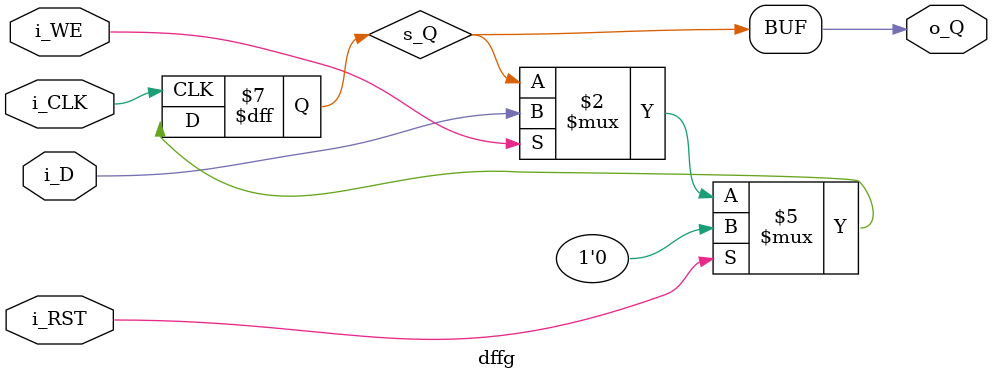
<source format=v>
module dffg
    (
       input i_CLK,
       input i_RST,
       input i_WE,
       input i_D,
       output o_Q
     );
     
     reg s_Q;
     
     
     always @(posedge i_CLK)
     begin
        if( i_RST )
            s_Q <= 1'b0;
        else if( i_WE )
            s_Q <= i_D;
     end
     
     assign o_Q = s_Q;
     
endmodule

</source>
